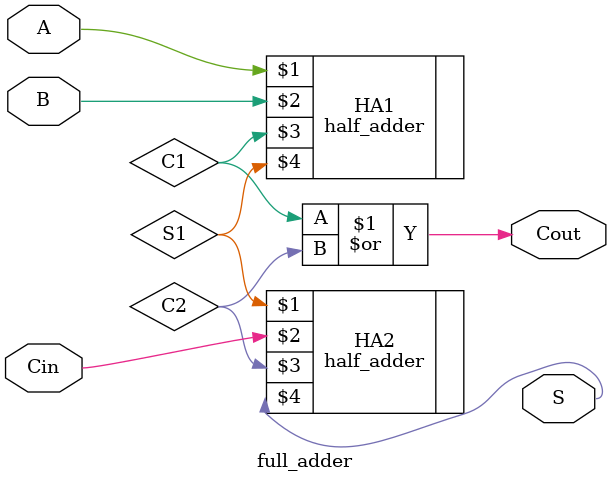
<source format=v>
/*************************************************
* Full Adder program
* Shanthanu S Rai(17CO242) and Varun Pattar(17CO249)
* October 13, 2018
*************************************************/

`include "half_adder.v"

module full_adder(A,B,Cin,Cout,S);

input A,B,Cin;
output Cout, S;
wire S1,C1,C2;

half_adder HA1(A,B,C1,S1);
half_adder HA2(S1,Cin,C2,S);
or G(Cout,C1,C2);

endmodule

</source>
